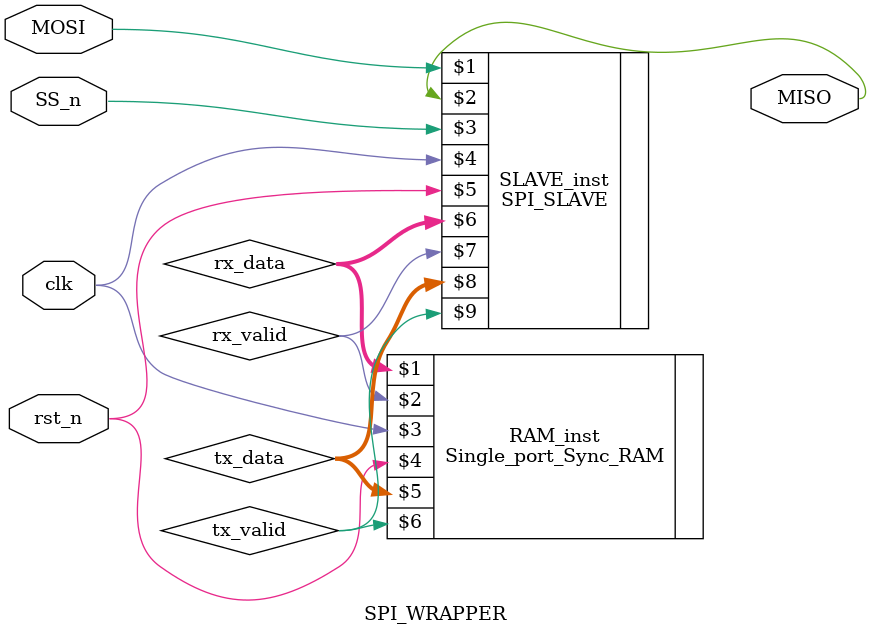
<source format=v>
module SPI_WRAPPER (
    MOSI,MISO,SS_n,clk,rst_n
);

    input MOSI,clk,rst_n,SS_n;
    output MISO;
    wire [9:0] rx_data;
    wire rx_valid,tx_valid;
    wire [7:0] tx_data;
    
    SPI_SLAVE SLAVE_inst (MOSI,MISO,SS_n,clk,rst_n,rx_data,rx_valid,tx_data,tx_valid); 
    Single_port_Sync_RAM RAM_inst (rx_data,rx_valid,clk,rst_n,tx_data,tx_valid);
    
endmodule
</source>
